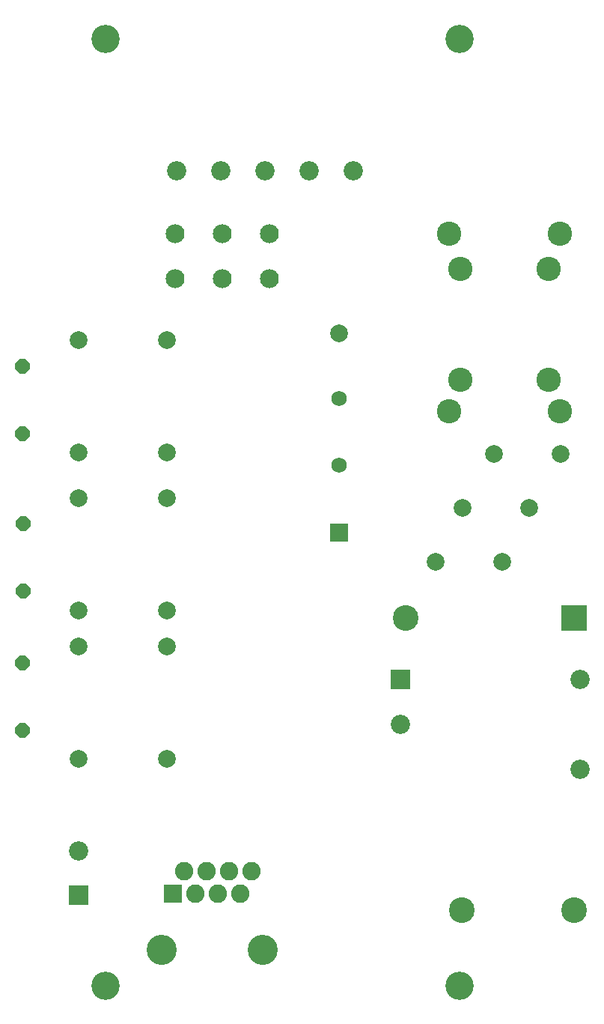
<source format=gbr>
G04 EAGLE Gerber RS-274X export*
G75*
%MOMM*%
%FSLAX34Y34*%
%LPD*%
%INSoldermask Bottom*%
%IPPOS*%
%AMOC8*
5,1,8,0,0,1.08239X$1,22.5*%
G01*
%ADD10C,3.203200*%
%ADD11C,2.003200*%
%ADD12C,2.133600*%
%ADD13R,2.082800X2.082800*%
%ADD14C,2.082800*%
%ADD15C,3.403200*%
%ADD16C,2.183200*%
%ADD17R,2.003200X2.003200*%
%ADD18C,1.733200*%
%ADD19C,2.743200*%
%ADD20R,2.183200X2.183200*%
%ADD21R,2.903200X2.903200*%
%ADD22C,2.903200*%
%ADD23P,1.803519X8X112.500000*%


D10*
X165000Y65000D03*
X165000Y1135000D03*
X565000Y65000D03*
X565000Y1135000D03*
D11*
X233920Y321240D03*
X233920Y448240D03*
X133920Y448240D03*
X133920Y321240D03*
X233920Y489200D03*
X233920Y616200D03*
X133920Y616200D03*
X133920Y489200D03*
X233920Y667320D03*
X233920Y794320D03*
X133920Y794320D03*
X133920Y667320D03*
D12*
X296740Y914520D03*
X296740Y863720D03*
X350000Y914520D03*
X350000Y863720D03*
X243480Y914520D03*
X243480Y863720D03*
D11*
X604520Y665480D03*
X679520Y665480D03*
X568960Y604520D03*
X643960Y604520D03*
X538480Y543560D03*
X613480Y543560D03*
D13*
X240550Y168500D03*
D14*
X253250Y193900D03*
X265950Y168500D03*
X278650Y193900D03*
X291350Y168500D03*
X304050Y193900D03*
X316750Y168500D03*
X329450Y193900D03*
D15*
X227850Y105000D03*
X342150Y105000D03*
D16*
X444880Y985660D03*
X394880Y985660D03*
X344880Y985660D03*
X294880Y985660D03*
X244880Y985660D03*
D17*
X428730Y576870D03*
D11*
X428730Y801870D03*
D18*
X428730Y653070D03*
X428730Y728070D03*
D19*
X553320Y713760D03*
X553320Y914760D03*
X678320Y713760D03*
X678320Y914760D03*
X565700Y749930D03*
X565700Y874930D03*
X665700Y749930D03*
X665700Y874930D03*
D20*
X498000Y410725D03*
D16*
X498000Y359925D03*
X701200Y309125D03*
X701200Y410725D03*
D21*
X694850Y479940D03*
D22*
X504350Y479940D03*
X567800Y149740D03*
X694850Y149740D03*
D23*
X70600Y688220D03*
X70600Y764420D03*
X71230Y510420D03*
X71230Y586620D03*
X70590Y352940D03*
X70590Y429140D03*
D20*
X134500Y167375D03*
D16*
X134500Y217375D03*
M02*

</source>
